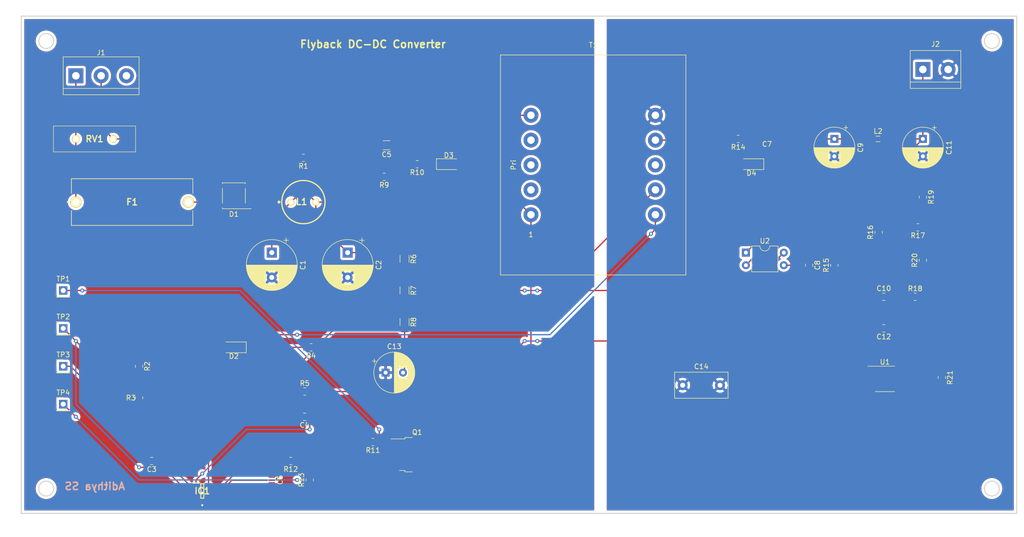
<source format=kicad_pcb>
(kicad_pcb (version 20171130) (host pcbnew "(5.1.10)-1")
  (title_block (title "Flyback DC-DC") (date 2024-07-19))
  (layers (0 F.Cu signal) (31 B.Cu signal) (34 B.Paste user) (35 F.Paste user) (36 B.SilkS user) (37 F.SilkS user) (38 B.Mask user) (39 F.Mask user) (44 Edge.Cuts user))
  (net 0 "")
  (net 1 GND)
  (net 2 "Net-(C1-Pad1)")
  (net 3 "Net-(C2-Pad1)")
  (net 4 VFB)
  (net 5 FB)
  (net 6 "Net-(C5-Pad1)")
  (net 7 "Net-(C6-Pad1)")
  (net 8 "Net-(C7-Pad1)")
  (net 9 "Net-(C7-Pad2)")
  (net 10 "Net-(C8-Pad1)")
  (net 11 "Net-(C10-Pad1)")
  (net 12 "Net-(C10-Pad2)")
  (net 13 +5VDC)
  (net 14 "Net-(C12-Pad1)")
  (net 15 NEUT)
  (net 16 "Net-(D1-Pad4)")
  (net 17 "Net-(D2-Pad1)")
  (net 18 GATEPULSE)
  (net 19 "Net-(D3-Pad1)")
  (net 20 "Net-(D3-Pad2)")
  (net 21 "Net-(D4-Pad2)")
  (net 22 AC)
  (net 23 "Net-(IC1-Pad3)")
  (net 24 "Net-(IC1-Pad6)")
  (net 25 V-Isense)
  (net 26 "Net-(R6-Pad2)")
  (net 27 "Net-(R7-Pad2)")
  (net 28 "Net-(R16-Pad2)")
  (net 29 "Net-(R17-Pad1)")
  (net 30 THRESHOLD)
  (net 31 GND1)
  (module Transformer_THT:Transformer_CHK_EI42-5VA_2xSec (layer F.Cu) (at 152.4 74.93)
    (fp_text reference T1 (at 12.5 -34.13) (layer F.SilkS))
    (fp_text value transformer)
    (fp_text user Pri (at -3.5 -10 90) (layer F.SilkS))
    (fp_text user 1 (at 0 4) (layer F.SilkS))
    (pad 1 thru_hole circle (at 0 0) (size 3 3) (drill 1.5) (layers *.Cu *.Mask) (net 20 "Net-(D3-Pad2)"))
    (pad 2 thru_hole circle (at 0 -5) (size 3 3) (drill 1.5) (layers *.Cu *.Mask))
    (pad 3 thru_hole circle (at 0 -10) (size 3 3) (drill 1.5) (layers *.Cu *.Mask))
    (pad 4 thru_hole circle (at 0 -15) (size 3 3) (drill 1.5) (layers *.Cu *.Mask))
    (pad 5 thru_hole circle (at 0 -20) (size 3 3) (drill 1.5) (layers *.Cu *.Mask) (net 3 "Net-(C2-Pad1)"))
    (pad 6 thru_hole circle (at 25 -20) (size 3 3) (drill 1.5) (layers *.Cu *.Mask) (net 31 GND1))
    (pad 7 thru_hole circle (at 25 -15) (size 3 3) (drill 1.5) (layers *.Cu *.Mask) (net 21 "Net-(D4-Pad2)"))
    (pad 8 thru_hole circle (at 25 -10) (size 3 3) (drill 1.5) (layers *.Cu *.Mask))
    (pad 9 thru_hole circle (at 25 -5) (size 3 3) (drill 1.5) (layers *.Cu *.Mask) (net 1 GND))
    (pad 10 thru_hole circle (at 25 0) (size 3 3) (drill 1.5) (layers *.Cu *.Mask) (net 30 THRESHOLD))
  )
  (module Capacitor_THT:CP_Radial_D10.0mm_P5.00mm (layer F.Cu) (at 100.33 82.55 270)
    (fp_text reference C1 (at 2.5 -6.25 90) (layer F.SilkS))
    (fp_text value 10uF/400V)
    (pad 2 thru_hole circle (at 5 0 270) (size 2 2) (drill 1) (layers *.Cu *.Mask) (net 1 GND))
    (pad 1 thru_hole rect (at 0 0 270) (size 2 2) (drill 1) (layers *.Cu *.Mask) (net 2 "Net-(C1-Pad1)"))
  )
  (module Capacitor_THT:CP_Radial_D10.0mm_P5.00mm (layer F.Cu) (at 115.57 82.55 270)
    (fp_text reference C2 (at 2.5 -6.25 90) (layer F.SilkS))
    (fp_text value 10uF/400V)
    (pad 1 thru_hole rect (at 0 0 270) (size 2 2) (drill 1) (layers *.Cu *.Mask) (net 3 "Net-(C2-Pad1)"))
    (pad 2 thru_hole circle (at 5 0 270) (size 2 2) (drill 1) (layers *.Cu *.Mask) (net 1 GND))
  )
  (module Capacitor_SMD:C_0805_2012Metric_Pad1.18x1.45mm_HandSolder (layer F.Cu) (at 76.2 124.46 180)
    (fp_text reference C3 (at 0 -1.68) (layer F.SilkS))
    (fp_text value 0.33uF)
    (pad 2 smd roundrect (at 1.0375 0 180) (size 1.175 1.45) (layers F.Cu F.Paste F.Mask) (roundrect_rratio 0.2127659574468085) (net 1 GND))
    (pad 1 smd roundrect (at -1.0375 0 180) (size 1.175 1.45) (layers F.Cu F.Paste F.Mask) (roundrect_rratio 0.2127659574468085) (net 4 VFB))
  )
  (module Capacitor_SMD:C_0805_2012Metric_Pad1.18x1.45mm_HandSolder (layer F.Cu) (at 106.9125 115.57 180)
    (fp_text reference C4 (at 0 -1.68) (layer F.SilkS))
    (fp_text value 2200pF)
    (pad 1 smd roundrect (at -1.0375 0 180) (size 1.175 1.45) (layers F.Cu F.Paste F.Mask) (roundrect_rratio 0.2127659574468085) (net 5 FB))
    (pad 2 smd roundrect (at 1.0375 0 180) (size 1.175 1.45) (layers F.Cu F.Paste F.Mask) (roundrect_rratio 0.2127659574468085) (net 1 GND))
  )
  (module Capacitor_SMD:C_1206_3216Metric (layer F.Cu) (at 123.395 60.96 180)
    (fp_text reference C5 (at 0 -1.85) (layer F.SilkS))
    (fp_text value 470pF/630V)
    (pad 1 smd roundrect (at -1.475 0 180) (size 1.15 1.8) (layers F.Cu F.Paste F.Mask) (roundrect_rratio 0.2173904347826087) (net 6 "Net-(C5-Pad1)"))
    (pad 2 smd roundrect (at 1.475 0 180) (size 1.15 1.8) (layers F.Cu F.Paste F.Mask) (roundrect_rratio 0.2173904347826087) (net 3 "Net-(C2-Pad1)"))
  )
  (module Capacitor_SMD:C_0805_2012Metric_Pad1.18x1.45mm_HandSolder (layer F.Cu) (at 100.33 128.27 270)
    (fp_text reference C6 (at 0 -1.68 90) (layer F.SilkS))
    (fp_text value 27pF)
    (pad 2 smd roundrect (at 1.0375 0 270) (size 1.175 1.45) (layers F.Cu F.Paste F.Mask) (roundrect_rratio 0.2127659574468085) (net 1 GND))
    (pad 1 smd roundrect (at -1.0375 0 270) (size 1.175 1.45) (layers F.Cu F.Paste F.Mask) (roundrect_rratio 0.2127659574468085) (net 7 "Net-(C6-Pad1)"))
  )
  (module Capacitor_SMD:C_0201_0603Metric_Pad0.64x0.40mm_HandSolder (layer F.Cu) (at 199.8225 59.69 180)
    (fp_text reference C7 (at 0 -1.05) (layer F.SilkS))
    (fp_text value 100pF/50V)
    (pad 2 smd roundrect (at 0.4075 0 180) (size 0.635 0.4) (layers F.Cu F.Mask) (net 9 "Net-(C7-Pad2)"))
    (pad 1 smd roundrect (at -0.4075 0 180) (size 0.635 0.4) (layers F.Cu F.Mask) (net 8 "Net-(C7-Pad1)"))
  )
  (module Capacitor_SMD:C_0805_2012Metric_Pad1.18x1.45mm_HandSolder (layer F.Cu) (at 208.28 85.09 270)
    (fp_text reference C8 (at 0 -1.68 90) (layer F.SilkS))
    (fp_text value 6800pF)
    (pad 2 smd roundrect (at 1.0375 0 270) (size 1.175 1.45) (layers F.Cu F.Paste F.Mask) (roundrect_rratio 0.2127659574468085) (net 5 FB))
    (pad 1 smd roundrect (at -1.0375 0 270) (size 1.175 1.45) (layers F.Cu F.Paste F.Mask) (roundrect_rratio 0.2127659574468085) (net 10 "Net-(C8-Pad1)"))
  )
  (module Capacitor_THT:CP_Radial_D8.0mm_P3.50mm (layer F.Cu) (at 213.36 59.69 270)
    (fp_text reference C9 (at 1.75 -5.25 90) (layer F.SilkS))
    (fp_text value 500uF)
    (pad 2 thru_hole circle (at 3.5 0 270) (size 1.6 1.6) (drill 0.8) (layers *.Cu *.Mask) (net 31 GND1))
    (pad 1 thru_hole rect (at 0 0 270) (size 1.6 1.6) (drill 0.8) (layers *.Cu *.Mask) (net 8 "Net-(C7-Pad1)"))
  )
  (module Capacitor_SMD:C_0805_2012Metric_Pad1.18x1.45mm_HandSolder (layer F.Cu) (at 223.2875 91.44)
    (fp_text reference C10 (at 0 -1.68) (layer F.SilkS))
    (fp_text value 270nF)
    (pad 1 smd roundrect (at -1.0375 0) (size 1.175 1.45) (layers F.Cu F.Paste F.Mask) (roundrect_rratio 0.2127659574468085) (net 11 "Net-(C10-Pad1)"))
    (pad 2 smd roundrect (at 1.0375 0) (size 1.175 1.45) (layers F.Cu F.Paste F.Mask) (roundrect_rratio 0.2127659574468085) (net 12 "Net-(C10-Pad2)"))
  )
  (module Capacitor_THT:CP_Radial_D8.0mm_P3.50mm (layer F.Cu) (at 231.14 59.69 270)
    (fp_text reference C11 (at 1.75 -5.25 90) (layer F.SilkS))
    (fp_text value 500uF)
    (pad 1 thru_hole rect (at 0 0 270) (size 1.6 1.6) (drill 0.8) (layers *.Cu *.Mask) (net 13 +5VDC))
    (pad 2 thru_hole circle (at 3.5 0 270) (size 1.6 1.6) (drill 0.8) (layers *.Cu *.Mask) (net 31 GND1))
  )
  (module Capacitor_SMD:C_0805_2012Metric_Pad1.18x1.45mm_HandSolder (layer F.Cu) (at 223.2875 97.79 180)
    (fp_text reference C12 (at 0 -1.68) (layer F.SilkS))
    (fp_text value 220nF)
    (pad 1 smd roundrect (at -1.0375 0 180) (size 1.175 1.45) (layers F.Cu F.Paste F.Mask) (roundrect_rratio 0.2127659574468085) (net 14 "Net-(C12-Pad1)"))
    (pad 2 smd roundrect (at 1.0375 0 180) (size 1.175 1.45) (layers F.Cu F.Paste F.Mask) (roundrect_rratio 0.2127659574468085) (net 11 "Net-(C10-Pad1)"))
  )
  (module Capacitor_THT:CP_Radial_D8.0mm_P3.50mm (layer F.Cu) (at 123.19 106.68)
    (fp_text reference C13 (at 1.75 -5.25) (layer F.SilkS))
    (fp_text value 2.2uF/63V)
    (pad 1 thru_hole rect (at 0 0) (size 1.6 1.6) (drill 0.8) (layers *.Cu *.Mask) (net 1 GND))
    (pad 2 thru_hole circle (at 3.5 0) (size 1.6 1.6) (drill 0.8) (layers *.Cu *.Mask) (net 4 VFB))
  )
  (module Capacitor_THT:C_Disc_D10.5mm_W5.0mm_P7.50mm (layer F.Cu) (at 182.88 109.22)
    (fp_text reference C14 (at 3.75 -3.75) (layer F.SilkS))
    (fp_text value 100pF/440V)
    (pad 1 thru_hole circle (at 0 0) (size 2 2) (drill 1) (layers *.Cu *.Mask) (net 31 GND1))
    (pad 2 thru_hole circle (at 7.5 0) (size 2 2) (drill 1) (layers *.Cu *.Mask) (net 31 GND1))
  )
  (module Diode_SMD:Diode_Bridge_Diotec_ABS (layer F.Cu) (at 92.71 71.12 180)
    (fp_text reference D1 (at 0 -3.7) (layer F.SilkS))
    (fp_text value ABS4)
    (pad 1 smd rect (at -2.975 -2 180) (size 1 0.7) (layers F.Cu F.Paste F.Mask) (net 2 "Net-(C1-Pad1)"))
    (pad 2 smd rect (at -2.975 2 180) (size 1 0.7) (layers F.Cu F.Paste F.Mask) (net 1 GND))
    (pad 3 smd rect (at 2.975 2 180) (size 1 0.7) (layers F.Cu F.Paste F.Mask) (net 15 NEUT))
    (pad 4 smd rect (at 2.975 -2 180) (size 1 0.7) (layers F.Cu F.Paste F.Mask) (net 16 "Net-(D1-Pad4)"))
  )
  (module Diode_SMD:D_1206_3216Metric_Castellated (layer F.Cu) (at 92.71 101.6 180)
    (fp_text reference D2 (at 0 -1.78) (layer F.SilkS))
    (fp_text value D)
    (pad 2 smd roundrect (at 1.425 0 180) (size 1.6 1.65) (layers F.Cu F.Paste F.Mask) (roundrect_rratio 0.15625) (net 30 THRESHOLD))
    (pad 1 smd roundrect (at -1.425 0 180) (size 1.6 1.65) (layers F.Cu F.Paste F.Mask) (roundrect_rratio 0.15625) (net 17 "Net-(D2-Pad1)"))
  )
  (module Diode_SMD:D_1206_3216Metric_Castellated (layer F.Cu) (at 135.89 64.77)
    (fp_text reference D3 (at 0 -1.78) (layer F.SilkS))
    (fp_text value D)
    (pad 1 smd roundrect (at -1.425 0) (size 1.6 1.65) (layers F.Cu F.Paste F.Mask) (roundrect_rratio 0.15625) (net 19 "Net-(D3-Pad1)"))
    (pad 2 smd roundrect (at 1.425 0) (size 1.6 1.65) (layers F.Cu F.Paste F.Mask) (roundrect_rratio 0.15625) (net 20 "Net-(D3-Pad2)"))
  )
  (module Diode_SMD:D_1206_3216Metric_Castellated (layer F.Cu) (at 196.695 64.77 180)
    (fp_text reference D4 (at 0 -1.78) (layer F.SilkS))
    (fp_text value D)
    (pad 2 smd roundrect (at 1.425 0 180) (size 1.6 1.65) (layers F.Cu F.Paste F.Mask) (roundrect_rratio 0.15625) (net 21 "Net-(D4-Pad2)"))
    (pad 1 smd roundrect (at -1.425 0 180) (size 1.6 1.65) (layers F.Cu F.Paste F.Mask) (roundrect_rratio 0.15625) (net 8 "Net-(C7-Pad1)"))
  )
  (module HTC-100M:HTC100M (layer F.Cu) (at 60.96 72.39)
    (fp_text reference F1 (at 11.3 0) (layer F.SilkS) (effects (font (size 1.27 1.27) (thickness 0.254))))
    (fp_text value HTC-100M hide)
    (pad 1 thru_hole circle (at 0 0 90) (size 2.25 2.25) (drill 1.5) (layers *.Cu *.Mask F.SilkS) (net 22 AC))
    (pad 2 thru_hole circle (at 22.6 0 90) (size 2.25 2.25) (drill 1.5) (layers *.Cu *.Mask F.SilkS) (net 16 "Net-(D1-Pad4)"))
  )
  (module UCC28742DBVT:SOT95P280X145-6N (layer F.Cu) (at 86.36 130.49)
    (fp_text reference IC1 (at 0 0) (layer F.SilkS) (effects (font (size 1.27 1.27) (thickness 0.254))))
    (fp_text value UCC28742DBVT hide)
    (pad 1 smd rect (at -1.25 -0.95 90) (size 0.6 1.2) (layers F.Cu F.Paste F.Mask) (net 5 FB))
    (pad 2 smd rect (at -1.25 0 90) (size 0.6 1.2) (layers F.Cu F.Paste F.Mask) (net 4 VFB))
    (pad 3 smd rect (at -1.25 0.95 90) (size 0.6 1.2) (layers F.Cu F.Paste F.Mask) (net 23 "Net-(IC1-Pad3)"))
    (pad 4 smd rect (at 1.25 0.95 90) (size 0.6 1.2) (layers F.Cu F.Paste F.Mask) (net 7 "Net-(C6-Pad1)"))
    (pad 5 smd rect (at 1.25 0 90) (size 0.6 1.2) (layers F.Cu F.Paste F.Mask) (net 1 GND))
    (pad 6 smd rect (at 1.25 -0.95 90) (size 0.6 1.2) (layers F.Cu F.Paste F.Mask) (net 24 "Net-(IC1-Pad6)"))
  )
  (module TerminalBlock:TerminalBlock_bornier-3_P5.08mm (layer F.Cu) (at 60.96 46.99)
    (fp_text reference J1 (at 5.05 -4.65) (layer F.SilkS))
    (fp_text value Screw_Terminal_01x02)
    (pad 3 thru_hole circle (at 10.16 0) (size 3 3) (drill 1.52) (layers *.Cu *.Mask))
    (pad 2 thru_hole circle (at 5.08 0) (size 3 3) (drill 1.52) (layers *.Cu *.Mask) (net 15 NEUT))
    (pad 1 thru_hole rect (at 0 0) (size 3 3) (drill 1.52) (layers *.Cu *.Mask) (net 22 AC))
  )
  (module TerminalBlock:TerminalBlock_bornier-2_P5.08mm (layer F.Cu) (at 231.14 45.72)
    (fp_text reference J2 (at 2.54 -5.08) (layer F.SilkS))
    (fp_text value Screw_Terminal_01x02)
    (pad 1 thru_hole rect (at 0 0) (size 3 3) (drill 1.52) (layers *.Cu *.Mask) (net 13 +5VDC))
    (pad 2 thru_hole circle (at 5.08 0) (size 3 3) (drill 1.52) (layers *.Cu *.Mask) (net 31 GND1))
  )
  (module RLB0914-471KL:RLB0914 (layer F.Cu) (at 106.68 72.39)
    (fp_text reference L1 (at -0.36687 -0.06588) (layer F.SilkS) (effects (font (size 1.27 1.27) (thickness 0.254))))
    (fp_text value "470 uH" hide)
    (pad 1 thru_hole circle (at -2.5 0 90) (size 1.35 1.35) (drill 0.85) (layers *.Cu *.Mask F.SilkS) (net 2 "Net-(C1-Pad1)"))
    (pad 2 thru_hole circle (at 2.5 0 90) (size 1.35 1.35) (drill 0.85) (layers *.Cu *.Mask F.SilkS) (net 3 "Net-(C2-Pad1)"))
  )
  (module Inductor_SMD:L_0805_2012Metric_Pad1.05x1.20mm_HandSolder (layer F.Cu) (at 222.13 59.69)
    (fp_text reference L2 (at 0 -1.55) (layer F.SilkS))
    (fp_text value "FERRITE BEAD 300E")
    (pad 1 smd roundrect (at -1.15 0) (size 1.05 1.2) (layers F.Cu F.Paste F.Mask) (roundrect_rratio 0.2380942857142857) (net 8 "Net-(C7-Pad1)"))
    (pad 2 smd roundrect (at 1.15 0) (size 1.05 1.2) (layers F.Cu F.Paste F.Mask) (roundrect_rratio 0.2380942857142857) (net 13 +5VDC))
  )
  (module Package_TO_SOT_SMD:TO-252-2 (layer F.Cu) (at 129.54 123.19)
    (fp_text reference Q1 (at 0 -4.5) (layer F.SilkS))
    (fp_text value Q_NMOS_GDS)
    (pad 2 smd rect (at 2.1 0) (size 6.4 5.8) (layers F.Cu F.Mask) (net 20 "Net-(D3-Pad2)"))
    (pad 3 smd rect (at -4.2 2.28) (size 2.2 1.2) (layers F.Cu F.Paste F.Mask) (net 25 V-Isense))
    (pad 1 smd rect (at -4.2 -2.28) (size 2.2 1.2) (layers F.Cu F.Paste F.Mask) (net 18 GATEPULSE))
  )
  (module Resistor_SMD:R_0805_2012Metric_Pad1.20x1.40mm_HandSolder (layer F.Cu) (at 106.68 63.5 180)
    (fp_text reference R1 (at 0 -1.65) (layer F.SilkS))
    (fp_text value 1K)
    (pad 2 smd roundrect (at 1 0 180) (size 1.2 1.4) (layers F.Cu F.Paste F.Mask) (roundrect_rratio 0.2083325) (net 2 "Net-(C1-Pad1)"))
    (pad 1 smd roundrect (at -1 0 180) (size 1.2 1.4) (layers F.Cu F.Paste F.Mask) (roundrect_rratio 0.2083325) (net 3 "Net-(C2-Pad1)"))
  )
  (module Resistor_SMD:R_0805_2012Metric_Pad1.20x1.40mm_HandSolder (layer F.Cu) (at 73.66 105.41 270)
    (fp_text reference R2 (at 0 -1.65 90) (layer F.SilkS))
    (fp_text value 60K)
    (pad 2 smd roundrect (at 1 0 270) (size 1.2 1.4) (layers F.Cu F.Paste F.Mask) (roundrect_rratio 0.2083325) (net 24 "Net-(IC1-Pad6)"))
    (pad 1 smd roundrect (at -1 0 270) (size 1.2 1.4) (layers F.Cu F.Paste F.Mask) (roundrect_rratio 0.2083325) (net 30 THRESHOLD))
  )
  (module Resistor_SMD:R_0805_2012Metric_Pad1.20x1.40mm_HandSolder (layer F.Cu) (at 73.66 111.76 90)
    (fp_text reference R3 (at 0 -1.65) (layer F.SilkS))
    (fp_text value 33K)
    (pad 2 smd roundrect (at 1 0 90) (size 1.2 1.4) (layers F.Cu F.Paste F.Mask) (roundrect_rratio 0.2083325) (net 24 "Net-(IC1-Pad6)"))
    (pad 1 smd roundrect (at -1 0 90) (size 1.2 1.4) (layers F.Cu F.Paste F.Mask) (roundrect_rratio 0.2083325) (net 1 GND))
  )
  (module Resistor_SMD:R_0805_2012Metric_Pad1.20x1.40mm_HandSolder (layer F.Cu) (at 108.22 101.6 180)
    (fp_text reference R4 (at 0 -1.65) (layer F.SilkS))
    (fp_text value 20E)
    (pad 1 smd roundrect (at -1 0 180) (size 1.2 1.4) (layers F.Cu F.Paste F.Mask) (roundrect_rratio 0.2083325) (net 4 VFB))
    (pad 2 smd roundrect (at 1 0 180) (size 1.2 1.4) (layers F.Cu F.Paste F.Mask) (roundrect_rratio 0.2083325) (net 17 "Net-(D2-Pad1)"))
  )
  (module Resistor_SMD:R_0805_2012Metric_Pad1.20x1.40mm_HandSolder (layer F.Cu) (at 106.95 110.49)
    (fp_text reference R5 (at 0 -1.65) (layer F.SilkS))
    (fp_text value 4.02K)
    (pad 1 smd roundrect (at -1 0) (size 1.2 1.4) (layers F.Cu F.Paste F.Mask) (roundrect_rratio 0.2083325) (net 1 GND))
    (pad 2 smd roundrect (at 1 0) (size 1.2 1.4) (layers F.Cu F.Paste F.Mask) (roundrect_rratio 0.2083325) (net 5 FB))
  )
  (module Resistor_SMD:R_1206_3216Metric (layer F.Cu) (at 127 83.82 270)
    (fp_text reference R6 (at 0 -1.82 90) (layer F.SilkS))
    (fp_text value 5.11M)
    (pad 1 smd roundrect (at -1.4625 0 270) (size 1.125 1.75) (layers F.Cu F.Paste F.Mask) (roundrect_rratio 0.2222213333333333) (net 3 "Net-(C2-Pad1)"))
    (pad 2 smd roundrect (at 1.4625 0 270) (size 1.125 1.75) (layers F.Cu F.Paste F.Mask) (roundrect_rratio 0.2222213333333333) (net 26 "Net-(R6-Pad2)"))
  )
  (module Resistor_SMD:R_1206_3216Metric (layer F.Cu) (at 127 90.17 270)
    (fp_text reference R7 (at 0 -1.82 90) (layer F.SilkS))
    (fp_text value 5.11E)
    (pad 2 smd roundrect (at 1.4625 0 270) (size 1.125 1.75) (layers F.Cu F.Paste F.Mask) (roundrect_rratio 0.2222213333333333) (net 27 "Net-(R7-Pad2)"))
    (pad 1 smd roundrect (at -1.4625 0 270) (size 1.125 1.75) (layers F.Cu F.Paste F.Mask) (roundrect_rratio 0.2222213333333333) (net 26 "Net-(R6-Pad2)"))
  )
  (module Resistor_SMD:R_1206_3216Metric (layer F.Cu) (at 127 96.52 270)
    (fp_text reference R8 (at 0 -1.82 90) (layer F.SilkS))
    (fp_text value 5.11E)
    (pad 1 smd roundrect (at -1.4625 0 270) (size 1.125 1.75) (layers F.Cu F.Paste F.Mask) (roundrect_rratio 0.2222213333333333) (net 27 "Net-(R7-Pad2)"))
    (pad 2 smd roundrect (at 1.4625 0 270) (size 1.125 1.75) (layers F.Cu F.Paste F.Mask) (roundrect_rratio 0.2222213333333333) (net 4 VFB))
  )
  (module Resistor_SMD:R_0805_2012Metric_Pad1.20x1.40mm_HandSolder (layer F.Cu) (at 122.92 67.31 180)
    (fp_text reference R9 (at 0 -1.65) (layer F.SilkS))
    (fp_text value 510K)
    (pad 2 smd roundrect (at 1 0 180) (size 1.2 1.4) (layers F.Cu F.Paste F.Mask) (roundrect_rratio 0.2083325) (net 3 "Net-(C2-Pad1)"))
    (pad 1 smd roundrect (at -1 0 180) (size 1.2 1.4) (layers F.Cu F.Paste F.Mask) (roundrect_rratio 0.2083325) (net 6 "Net-(C5-Pad1)"))
  )
  (module Resistor_SMD:R_0805_2012Metric_Pad1.20x1.40mm_HandSolder (layer F.Cu) (at 129.54 64.77 180)
    (fp_text reference R10 (at 0 -1.65) (layer F.SilkS))
    (fp_text value 51E)
    (pad 1 smd roundrect (at -1 0 180) (size 1.2 1.4) (layers F.Cu F.Paste F.Mask) (roundrect_rratio 0.2083325) (net 19 "Net-(D3-Pad1)"))
    (pad 2 smd roundrect (at 1 0 180) (size 1.2 1.4) (layers F.Cu F.Paste F.Mask) (roundrect_rratio 0.2083325) (net 6 "Net-(C5-Pad1)"))
  )
  (module Resistor_SMD:R_0805_2012Metric_Pad1.20x1.40mm_HandSolder (layer F.Cu) (at 120.65 120.65 180)
    (fp_text reference R11 (at 0 -1.65) (layer F.SilkS))
    (fp_text value 10E)
    (pad 2 smd roundrect (at 1 0 180) (size 1.2 1.4) (layers F.Cu F.Paste F.Mask) (roundrect_rratio 0.2083325) (net 23 "Net-(IC1-Pad3)"))
    (pad 1 smd roundrect (at -1 0 180) (size 1.2 1.4) (layers F.Cu F.Paste F.Mask) (roundrect_rratio 0.2083325) (net 18 GATEPULSE))
  )
  (module Resistor_SMD:R_0805_2012Metric_Pad1.20x1.40mm_HandSolder (layer F.Cu) (at 104.14 124.46 180)
    (fp_text reference R12 (at 0 -1.65) (layer F.SilkS))
    (fp_text value 1.1K)
    (pad 1 smd roundrect (at -1 0 180) (size 1.2 1.4) (layers F.Cu F.Paste F.Mask) (roundrect_rratio 0.2083325) (net 25 V-Isense))
    (pad 2 smd roundrect (at 1 0 180) (size 1.2 1.4) (layers F.Cu F.Paste F.Mask) (roundrect_rratio 0.2083325) (net 7 "Net-(C6-Pad1)"))
  )
  (module Resistor_SMD:R_0805_2012Metric_Pad1.20x1.40mm_HandSolder (layer F.Cu) (at 107.95 128.27 90)
    (fp_text reference R13 (at 0 -1.65 90) (layer F.SilkS))
    (fp_text value 1.8E)
    (pad 2 smd roundrect (at 1 0 90) (size 1.2 1.4) (layers F.Cu F.Paste F.Mask) (roundrect_rratio 0.2083325) (net 25 V-Isense))
    (pad 1 smd roundrect (at -1 0 90) (size 1.2 1.4) (layers F.Cu F.Paste F.Mask) (roundrect_rratio 0.2083325) (net 1 GND))
  )
  (module Resistor_SMD:R_0805_2012Metric_Pad1.20x1.40mm_HandSolder (layer F.Cu) (at 194.04 59.69 180)
    (fp_text reference R14 (at 0 -1.65) (layer F.SilkS))
    (fp_text value 510K)
    (pad 1 smd roundrect (at -1 0 180) (size 1.2 1.4) (layers F.Cu F.Paste F.Mask) (roundrect_rratio 0.2083325) (net 9 "Net-(C7-Pad2)"))
    (pad 2 smd roundrect (at 1 0 180) (size 1.2 1.4) (layers F.Cu F.Paste F.Mask) (roundrect_rratio 0.2083325) (net 21 "Net-(D4-Pad2)"))
  )
  (module Resistor_SMD:R_0805_2012Metric_Pad1.20x1.40mm_HandSolder (layer F.Cu) (at 213.36 85.09 90)
    (fp_text reference R15 (at 0 -1.65 90) (layer F.SilkS))
    (fp_text value 32.4K)
    (pad 2 smd roundrect (at 1 0 90) (size 1.2 1.4) (layers F.Cu F.Paste F.Mask) (roundrect_rratio 0.2083325) (net 10 "Net-(C8-Pad1)"))
    (pad 1 smd roundrect (at -1 0 90) (size 1.2 1.4) (layers F.Cu F.Paste F.Mask) (roundrect_rratio 0.2083325) (net 5 FB))
  )
  (module Resistor_SMD:R_0805_2012Metric_Pad1.20x1.40mm_HandSolder (layer F.Cu) (at 222.25 78.47 90)
    (fp_text reference R16 (at 0 -1.65 90) (layer F.SilkS))
    (fp_text value 680E)
    (pad 1 smd roundrect (at -1 0 90) (size 1.2 1.4) (layers F.Cu F.Paste F.Mask) (roundrect_rratio 0.2083325) (net 11 "Net-(C10-Pad1)"))
    (pad 2 smd roundrect (at 1 0 90) (size 1.2 1.4) (layers F.Cu F.Paste F.Mask) (roundrect_rratio 0.2083325) (net 28 "Net-(R16-Pad2)"))
  )
  (module Resistor_SMD:R_0805_2012Metric_Pad1.20x1.40mm_HandSolder (layer F.Cu) (at 230.14 77.47 180)
    (fp_text reference R17 (at 0 -1.65) (layer F.SilkS))
    (fp_text value 750E)
    (pad 1 smd roundrect (at -1 0 180) (size 1.2 1.4) (layers F.Cu F.Paste F.Mask) (roundrect_rratio 0.2083325) (net 29 "Net-(R17-Pad1)"))
    (pad 2 smd roundrect (at 1 0 180) (size 1.2 1.4) (layers F.Cu F.Paste F.Mask) (roundrect_rratio 0.2083325) (net 28 "Net-(R16-Pad2)"))
  )
  (module Resistor_SMD:R_0805_2012Metric_Pad1.20x1.40mm_HandSolder (layer F.Cu) (at 229.6 91.44)
    (fp_text reference R18 (at 0 -1.65) (layer F.SilkS))
    (fp_text value 249E)
    (pad 2 smd roundrect (at 1 0) (size 1.2 1.4) (layers F.Cu F.Paste F.Mask) (roundrect_rratio 0.2083325) (net 14 "Net-(C12-Pad1)"))
    (pad 1 smd roundrect (at -1 0) (size 1.2 1.4) (layers F.Cu F.Paste F.Mask) (roundrect_rratio 0.2083325) (net 12 "Net-(C10-Pad2)"))
  )
  (module Resistor_SMD:R_0805_2012Metric_Pad1.20x1.40mm_HandSolder (layer F.Cu) (at 231.14 71.39 270)
    (fp_text reference R19 (at 0 -1.65 90) (layer F.SilkS))
    (fp_text value 49.9E)
    (pad 2 smd roundrect (at 1 0 270) (size 1.2 1.4) (layers F.Cu F.Paste F.Mask) (roundrect_rratio 0.2083325) (net 29 "Net-(R17-Pad1)"))
    (pad 1 smd roundrect (at -1 0 270) (size 1.2 1.4) (layers F.Cu F.Paste F.Mask) (roundrect_rratio 0.2083325) (net 13 +5VDC))
  )
  (module Resistor_SMD:R_0805_2012Metric_Pad1.20x1.40mm_HandSolder (layer F.Cu) (at 231.14 84.09 90)
    (fp_text reference R20 (at 0 -1.65 90) (layer F.SilkS))
    (fp_text value 42.2K)
    (pad 2 smd roundrect (at 1 0 90) (size 1.2 1.4) (layers F.Cu F.Paste F.Mask) (roundrect_rratio 0.2083325) (net 29 "Net-(R17-Pad1)"))
    (pad 1 smd roundrect (at -1 0 90) (size 1.2 1.4) (layers F.Cu F.Paste F.Mask) (roundrect_rratio 0.2083325) (net 14 "Net-(C12-Pad1)"))
  )
  (module Resistor_SMD:R_0805_2012Metric_Pad1.20x1.40mm_HandSolder (layer F.Cu) (at 234.95 107.68 270)
    (fp_text reference R21 (at 0 -1.65 90) (layer F.SilkS))
    (fp_text value 42.2K)
    (pad 1 smd roundrect (at -1 0 270) (size 1.2 1.4) (layers F.Cu F.Paste F.Mask) (roundrect_rratio 0.2083325) (net 14 "Net-(C12-Pad1)"))
    (pad 2 smd roundrect (at 1 0 270) (size 1.2 1.4) (layers F.Cu F.Paste F.Mask) (roundrect_rratio 0.2083325) (net 31 GND1))
  )
  (module MOV-14D431KTR:MOV14D431KTR (layer F.Cu) (at 60.96 59.69)
    (fp_text reference RV1 (at 3.75 0) (layer F.SilkS) (effects (font (size 1.27 1.27) (thickness 0.254))))
    (fp_text value Varistor hide)
    (pad 1 thru_hole circle (at 0 0 90) (size 1.5 1.5) (drill 1) (layers *.Cu *.Mask F.SilkS) (net 22 AC))
    (pad 2 thru_hole circle (at 7.5 0 90) (size 1.5 1.5) (drill 1) (layers *.Cu *.Mask F.SilkS) (net 15 NEUT))
  )
  (module Connector_PinHeader_2.54mm:PinHeader_1x01_P2.54mm_Vertical (layer F.Cu) (at 58.42 90.17)
    (fp_text reference TP1 (at 0 -2.33) (layer F.SilkS))
    (fp_text value TestPoint)
    (pad 1 thru_hole rect (at 0 0) (size 1.7 1.7) (drill 1) (layers *.Cu *.Mask) (net 18 GATEPULSE))
  )
  (module Connector_PinHeader_2.54mm:PinHeader_1x01_P2.54mm_Vertical (layer F.Cu) (at 58.42 97.79)
    (fp_text reference TP2 (at 0 -2.33) (layer F.SilkS))
    (fp_text value TestPoint)
    (pad 1 thru_hole rect (at 0 0) (size 1.7 1.7) (drill 1) (layers *.Cu *.Mask) (net 4 VFB))
  )
  (module Connector_PinHeader_2.54mm:PinHeader_1x01_P2.54mm_Vertical (layer F.Cu) (at 58.42 105.41)
    (fp_text reference TP3 (at 0 -2.33) (layer F.SilkS))
    (fp_text value TestPoint)
    (pad 1 thru_hole rect (at 0 0) (size 1.7 1.7) (drill 1) (layers *.Cu *.Mask) (net 5 FB))
  )
  (module Connector_PinHeader_2.54mm:PinHeader_1x01_P2.54mm_Vertical (layer F.Cu) (at 58.42 113.03)
    (fp_text reference TP4 (at 0 -2.33) (layer F.SilkS))
    (fp_text value TestPoint)
    (pad 1 thru_hole rect (at 0 0) (size 1.7 1.7) (drill 1) (layers *.Cu *.Mask) (net 25 V-Isense))
  )
  (module Package_SO:SOIC-8_3.9x4.9mm_P1.27mm (layer F.Cu) (at 223.52 107.95)
    (fp_text reference U1 (at 0 -3.4) (layer F.SilkS))
    (fp_text value TL431D)
    (pad 8 smd roundrect (at 2.475 -1.905) (size 1.95 0.6) (layers F.Cu F.Paste F.Mask) (net 14 "Net-(C12-Pad1)"))
    (pad 7 smd roundrect (at 2.475 -0.635) (size 1.95 0.6) (layers F.Cu F.Paste F.Mask) (net 31 GND1))
    (pad 6 smd roundrect (at 2.475 0.635) (size 1.95 0.6) (layers F.Cu F.Paste F.Mask) (net 31 GND1))
    (pad 5 smd roundrect (at 2.475 1.905) (size 1.95 0.6) (layers F.Cu F.Paste F.Mask))
    (pad 4 smd roundrect (at -2.475 1.905) (size 1.95 0.6) (layers F.Cu F.Paste F.Mask))
    (pad 3 smd roundrect (at -2.475 0.635) (size 1.95 0.6) (layers F.Cu F.Paste F.Mask) (net 31 GND1))
    (pad 2 smd roundrect (at -2.475 -0.635) (size 1.95 0.6) (layers F.Cu F.Paste F.Mask) (net 31 GND1))
    (pad 1 smd roundrect (at -2.475 -1.905) (size 1.95 0.6) (layers F.Cu F.Paste F.Mask) (net 11 "Net-(C10-Pad1)"))
  )
  (module Package_DIP:DIP-4_W7.62mm (layer F.Cu) (at 195.58 82.55)
    (fp_text reference U2 (at 3.81 -2.33) (layer F.SilkS))
    (fp_text value LTV-817)
    (pad 1 thru_hole rect (at 0 0) (size 1.6 1.6) (drill 0.8) (layers *.Cu *.Mask) (net 28 "Net-(R16-Pad2)"))
    (pad 3 thru_hole oval (at 7.62 2.54) (size 1.6 1.6) (drill 0.8) (layers *.Cu *.Mask) (net 10 "Net-(C8-Pad1)"))
    (pad 2 thru_hole oval (at 0 2.54) (size 1.6 1.6) (drill 0.8) (layers *.Cu *.Mask) (net 11 "Net-(C10-Pad1)"))
    (pad 4 thru_hole oval (at 7.62 0) (size 1.6 1.6) (drill 0.8) (layers *.Cu *.Mask) (net 4 VFB))
  )
  (gr_text "Adithya SS" (at 64.77 129.54) (layer B.SilkS) (effects (font (size 1.5 1.5) (thickness 0.3)) (justify mirror)))
  (gr_text "Flyback DC-DC Converter" (at 120.65 40.64) (layer F.SilkS) (effects (font (size 1.5 1.5) (thickness 0.3))))
  (gr_circle (center 245 130) (end 246.5 130) (layer Edge.Cuts) (width 0.2))
  (gr_circle (center 55 130) (end 56.5 130) (layer Edge.Cuts) (width 0.2))
  (gr_circle (center 55 40) (end 56.5 40) (layer Edge.Cuts) (width 0.2))
  (gr_circle (center 245 40) (end 246.5 40) (layer Edge.Cuts) (width 0.2))
  (gr_line (start 250 35) (end 250 135) (layer Edge.Cuts) (width 0.2))
  (gr_line (start 50 35) (end 50 135) (layer Edge.Cuts) (width 0.2))
  (gr_line (start 50 135) (end 250 135) (layer Edge.Cuts) (width 0.2))
  (gr_line (start 50 35) (end 250 35) (layer Edge.Cuts) (width 0.2))
  (via (at 86.36 133.35) (size 0.8) (drill 0.4) (layers F.Cu B.Cu) (net 1))
  (segment (start 86.36 133.35) (end 86.36 130.81) (width 0.254) (layer B.Cu) (net 1))
  (via (at 86.363693 130.810113) (size 0.8) (drill 0.4) (layers F.Cu B.Cu) (net 1))
  (segment (start 86.36358 130.81) (end 86.363693 130.810113) (width 0.254) (layer B.Cu) (net 1))
  (segment (start 86.36 130.81) (end 86.36358 130.81) (width 0.254) (layer B.Cu) (net 1))
  (segment (start 177.4 69.93) (end 164.78 82.55) (width 0.254) (layer F.Cu) (net 1))
  (segment (start 102.18 74.39) (end 104.18 72.39) (width 0.254) (layer F.Cu) (net 2))
  (segment (start 105.68 70.89) (end 104.18 72.39) (width 0.254) (layer F.Cu) (net 2))
  (segment (start 105.68 63.5) (end 105.68 70.89) (width 0.254) (layer F.Cu) (net 2))
  (segment (start 100.33 76.24) (end 102.18 74.39) (width 0.254) (layer F.Cu) (net 2))
  (segment (start 100.33 82.55) (end 100.33 76.24) (width 0.254) (layer F.Cu) (net 2))
  (segment (start 95.685 73.12) (end 100.87 73.12) (width 0.254) (layer F.Cu) (net 2))
  (segment (start 100.87 73.12) (end 102.14 74.39) (width 0.254) (layer F.Cu) (net 2))
  (segment (start 102.14 74.39) (end 102.18 74.39) (width 0.254) (layer F.Cu) (net 2))
  (segment (start 126.8075 82.55) (end 127 82.3575) (width 0.254) (layer F.Cu) (net 3))
  (segment (start 115.57 82.55) (end 126.8075 82.55) (width 0.254) (layer F.Cu) (net 3))
  (segment (start 107.68 70.89) (end 109.18 72.39) (width 0.254) (layer F.Cu) (net 3))
  (segment (start 107.68 63.5) (end 107.68 70.89) (width 0.254) (layer F.Cu) (net 3))
  (segment (start 109.18 76.16) (end 115.57 82.55) (width 0.254) (layer F.Cu) (net 3))
  (segment (start 109.18 72.39) (end 109.18 76.16) (width 0.254) (layer F.Cu) (net 3))
  (segment (start 116.84 72.39) (end 121.92 67.31) (width 0.254) (layer F.Cu) (net 3))
  (segment (start 109.18 72.39) (end 116.84 72.39) (width 0.254) (layer F.Cu) (net 3))
  (segment (start 121.92 60.96) (end 121.92 67.31) (width 0.254) (layer F.Cu) (net 3))
  (segment (start 127.95 54.93) (end 152.4 54.93) (width 0.254) (layer F.Cu) (net 3))
  (segment (start 121.92 60.96) (end 127.95 54.93) (width 0.254) (layer F.Cu) (net 3))
  (segment (start 127 106.37) (end 126.69 106.68) (width 0.254) (layer F.Cu) (net 4))
  (segment (start 127 97.9825) (end 127 106.37) (width 0.254) (layer F.Cu) (net 4))
  (segment (start 83.2675 130.49) (end 85.11 130.49) (width 0.254) (layer F.Cu) (net 4))
  (segment (start 77.2375 124.46) (end 83.2675 130.49) (width 0.254) (layer F.Cu) (net 4))
  (segment (start 62.23 114.3) (end 73.66 125.73) (width 0.254) (layer B.Cu) (net 4))
  (via (at 73.66 125.73) (size 0.8) (drill 0.4) (layers F.Cu B.Cu) (net 4))
  (segment (start 75.9675 125.73) (end 77.2375 124.46) (width 0.254) (layer F.Cu) (net 4))
  (segment (start 73.66 125.73) (end 75.9675 125.73) (width 0.254) (layer F.Cu) (net 4))
  (via (at 60.96 100.33) (size 0.8) (drill 0.4) (layers F.Cu B.Cu) (net 4))
  (segment (start 58.42 97.79) (end 60.96 100.33) (width 0.254) (layer F.Cu) (net 4))
  (segment (start 60.96 100.33) (end 60.96 113.03) (width 0.254) (layer B.Cu) (net 4))
  (segment (start 60.96 113.03) (end 62.23 114.3) (width 0.254) (layer B.Cu) (net 4))
  (via (at 153.67 90.17) (size 0.8) (drill 0.4) (layers F.Cu B.Cu) (net 4))
  (segment (start 195.58 90.17) (end 153.67 90.17) (width 0.254) (layer F.Cu) (net 4))
  (segment (start 203.2 82.55) (end 195.58 90.17) (width 0.254) (layer F.Cu) (net 4))
  (segment (start 153.67 90.17) (end 151.13 90.17) (width 0.254) (layer B.Cu) (net 4))
  (via (at 151.13 90.17) (size 0.8) (drill 0.4) (layers F.Cu B.Cu) (net 4))
  (segment (start 134.8125 90.17) (end 127 97.9825) (width 0.254) (layer F.Cu) (net 4))
  (segment (start 151.13 90.17) (end 134.8125 90.17) (width 0.254) (layer F.Cu) (net 4))
  (segment (start 112.8375 97.9825) (end 109.22 101.6) (width 0.254) (layer F.Cu) (net 4))
  (segment (start 127 97.9825) (end 112.8375 97.9825) (width 0.254) (layer F.Cu) (net 4))
  (segment (start 66.05899 105.42899) (end 60.96 100.33) (width 0.254) (layer F.Cu) (net 4))
  (segment (start 105.39101 105.42899) (end 66.05899 105.42899) (width 0.254) (layer F.Cu) (net 4))
  (segment (start 109.22 101.6) (end 105.39101 105.42899) (width 0.254) (layer F.Cu) (net 4))
  (segment (start 107.95 115.57) (end 107.95 110.49) (width 0.254) (layer F.Cu) (net 5))
  (segment (start 213.3225 86.1275) (end 213.36 86.09) (width 0.254) (layer F.Cu) (net 5))
  (segment (start 208.28 86.1275) (end 213.3225 86.1275) (width 0.254) (layer F.Cu) (net 5))
  (segment (start 84.022386 129.54) (end 85.11 129.54) (width 0.254) (layer F.Cu) (net 5))
  (segment (start 59.892386 105.41) (end 84.022386 129.54) (width 0.254) (layer F.Cu) (net 5))
  (segment (start 58.42 105.41) (end 59.892386 105.41) (width 0.254) (layer F.Cu) (net 5))
  (via (at 86.36 127) (size 0.8) (drill 0.4) (layers F.Cu B.Cu) (net 5))
  (segment (start 85.11 128.25) (end 86.36 127) (width 0.254) (layer F.Cu) (net 5))
  (segment (start 85.11 129.54) (end 85.11 128.25) (width 0.254) (layer F.Cu) (net 5))
  (via (at 107.95 118.11) (size 0.8) (drill 0.4) (layers F.Cu B.Cu) (net 5))
  (segment (start 95.25 118.11) (end 107.95 118.11) (width 0.254) (layer B.Cu) (net 5))
  (segment (start 86.36 127) (end 95.25 118.11) (width 0.254) (layer B.Cu) (net 5))
  (segment (start 107.95 118.11) (end 107.95 115.57) (width 0.254) (layer F.Cu) (net 5))
  (segment (start 107.95 110.49) (end 140.97 110.49) (width 0.254) (layer F.Cu) (net 5))
  (via (at 151.13 100.33) (size 0.8) (drill 0.4) (layers F.Cu B.Cu) (net 5))
  (segment (start 140.97 110.49) (end 151.13 100.33) (width 0.254) (layer F.Cu) (net 5))
  (segment (start 151.13 100.33) (end 153.67 100.33) (width 0.254) (layer B.Cu) (net 5))
  (via (at 153.67 100.33) (size 0.8) (drill 0.4) (layers F.Cu B.Cu) (net 5))
  (segment (start 194.0775 100.33) (end 208.28 86.1275) (width 0.254) (layer F.Cu) (net 5))
  (segment (start 153.67 100.33) (end 194.0775 100.33) (width 0.254) (layer F.Cu) (net 5))
  (segment (start 124.87 66.36) (end 123.92 67.31) (width 0.254) (layer F.Cu) (net 6))
  (segment (start 124.87 60.96) (end 124.87 66.36) (width 0.254) (layer F.Cu) (net 6))
  (segment (start 126.46 64.77) (end 124.87 66.36) (width 0.254) (layer F.Cu) (net 6))
  (segment (start 128.54 64.77) (end 126.46 64.77) (width 0.254) (layer F.Cu) (net 6))
  (segment (start 88.477368 131.44) (end 92.684868 127.2325) (width 0.254) (layer F.Cu) (net 7))
  (segment (start 87.61 131.44) (end 88.477368 131.44) (width 0.254) (layer F.Cu) (net 7))
  (segment (start 100.3675 127.2325) (end 103.14 124.46) (width 0.254) (layer F.Cu) (net 7))
  (segment (start 98.8275 127.2325) (end 100.3675 127.2325) (width 0.254) (layer F.Cu) (net 7))
  (segment (start 92.684868 127.2325) (end 98.8275 127.2325) (width 0.254) (layer F.Cu) (net 7))
  (segment (start 98.8275 127.2325) (end 100.33 127.2325) (width 0.254) (layer F.Cu) (net 7))
  (segment (start 200.23 62.66) (end 198.12 64.77) (width 0.254) (layer F.Cu) (net 8))
  (segment (start 200.23 59.69) (end 200.23 62.66) (width 0.254) (layer F.Cu) (net 8))
  (segment (start 200.23 59.69) (end 213.36 59.69) (width 0.254) (layer F.Cu) (net 8))
  (segment (start 213.36 59.69) (end 220.98 59.69) (width 0.254) (layer F.Cu) (net 8))
  (segment (start 195.04 59.69) (end 199.415 59.69) (width 0.254) (layer F.Cu) (net 9))
  (segment (start 207.2425 85.09) (end 208.28 84.0525) (width 0.254) (layer F.Cu) (net 10))
  (segment (start 203.2 85.09) (end 207.2425 85.09) (width 0.254) (layer F.Cu) (net 10))
  (segment (start 213.3225 84.0525) (end 213.36 84.09) (width 0.254) (layer F.Cu) (net 10))
  (segment (start 208.28 84.0525) (end 213.3225 84.0525) (width 0.254) (layer F.Cu) (net 10))
  (segment (start 222.25 79.47) (end 222.25 91.44) (width 0.254) (layer F.Cu) (net 11))
  (segment (start 222.25 91.44) (end 222.25 97.79) (width 0.254) (layer F.Cu) (net 11))
  (segment (start 222.25 104.84) (end 221.045 106.045) (width 0.254) (layer F.Cu) (net 11))
  (segment (start 222.25 97.79) (end 222.25 104.84) (width 0.254) (layer F.Cu) (net 11))
  (segment (start 201.2 79.47) (end 222.25 79.47) (width 0.254) (layer F.Cu) (net 11))
  (segment (start 195.58 85.09) (end 201.2 79.47) (width 0.254) (layer F.Cu) (net 11))
  (segment (start 224.325 91.44) (end 228.6 91.44) (width 0.254) (layer F.Cu) (net 12))
  (segment (start 223.28 59.69) (end 231.14 59.69) (width 0.254) (layer F.Cu) (net 13))
  (segment (start 231.14 59.69) (end 231.14 45.72) (width 0.254) (layer F.Cu) (net 13))
  (segment (start 229.958999 69.208999) (end 231.14 70.39) (width 0.254) (layer F.Cu) (net 13))
  (segment (start 229.958999 60.871001) (end 229.958999 69.208999) (width 0.254) (layer F.Cu) (net 13))
  (segment (start 231.14 59.69) (end 229.958999 60.871001) (width 0.254) (layer F.Cu) (net 13))
  (segment (start 230.6 85.63) (end 231.14 85.09) (width 0.254) (layer F.Cu) (net 14))
  (segment (start 230.6 91.44) (end 230.6 85.63) (width 0.254) (layer F.Cu) (net 14))
  (segment (start 224.325 97.715) (end 230.6 91.44) (width 0.254) (layer F.Cu) (net 14))
  (segment (start 224.325 97.79) (end 224.325 97.715) (width 0.254) (layer F.Cu) (net 14))
  (segment (start 224.325 104.375) (end 225.995 106.045) (width 0.254) (layer F.Cu) (net 14))
  (segment (start 224.325 97.79) (end 224.325 104.375) (width 0.254) (layer F.Cu) (net 14))
  (segment (start 234.315 106.045) (end 234.95 106.68) (width 0.254) (layer F.Cu) (net 14))
  (segment (start 225.995 106.045) (end 234.315 106.045) (width 0.254) (layer F.Cu) (net 14))
  (segment (start 66.04 57.27) (end 68.46 59.69) (width 0.254) (layer F.Cu) (net 15))
  (segment (start 66.04 46.99) (end 66.04 57.27) (width 0.254) (layer F.Cu) (net 15))
  (segment (start 80.305 59.69) (end 89.735 69.12) (width 0.254) (layer F.Cu) (net 15))
  (segment (start 68.46 59.69) (end 80.305 59.69) (width 0.254) (layer F.Cu) (net 15))
  (segment (start 89.005 72.39) (end 89.735 73.12) (width 0.254) (layer F.Cu) (net 16))
  (segment (start 89.005 72.39) (end 83.56 72.39) (width 0.254) (layer F.Cu) (net 16))
  (segment (start 94.135 101.6) (end 107.22 101.6) (width 0.254) (layer F.Cu) (net 17))
  (segment (start 125.08 120.65) (end 125.34 120.91) (width 0.254) (layer F.Cu) (net 18))
  (segment (start 121.65 120.65) (end 125.08 120.65) (width 0.254) (layer F.Cu) (net 18))
  (via (at 62.23 90.17) (size 0.8) (drill 0.4) (layers F.Cu B.Cu) (net 18))
  (segment (start 58.42 90.17) (end 62.23 90.17) (width 0.254) (layer F.Cu) (net 18))
  (segment (start 62.23 90.17) (end 93.98 90.17) (width 0.254) (layer B.Cu) (net 18))
  (via (at 121.92 118.11) (size 0.8) (drill 0.4) (layers F.Cu B.Cu) (net 18))
  (segment (start 93.98 90.17) (end 121.92 118.11) (width 0.254) (layer B.Cu) (net 18))
  (segment (start 121.92 120.38) (end 121.65 120.65) (width 0.254) (layer F.Cu) (net 18))
  (segment (start 121.92 118.11) (end 121.92 120.38) (width 0.254) (layer F.Cu) (net 18))
  (segment (start 130.54 64.77) (end 134.465 64.77) (width 0.254) (layer F.Cu) (net 19))
  (segment (start 142.24 64.77) (end 152.4 74.93) (width 0.254) (layer F.Cu) (net 20))
  (segment (start 137.315 64.77) (end 142.24 64.77) (width 0.254) (layer F.Cu) (net 20))
  (segment (start 152.4 102.43) (end 131.64 123.19) (width 0.254) (layer F.Cu) (net 20))
  (segment (start 152.4 74.93) (end 152.4 102.43) (width 0.254) (layer F.Cu) (net 20))
  (segment (start 192.8 59.93) (end 193.04 59.69) (width 0.254) (layer F.Cu) (net 21))
  (segment (start 177.4 59.93) (end 192.8 59.93) (width 0.254) (layer F.Cu) (net 21))
  (segment (start 193.04 62.54) (end 195.27 64.77) (width 0.254) (layer F.Cu) (net 21))
  (segment (start 193.04 59.69) (end 193.04 62.54) (width 0.254) (layer F.Cu) (net 21))
  (segment (start 60.96 46.99) (end 60.96 59.69) (width 0.254) (layer F.Cu) (net 22))
  (segment (start 60.96 59.69) (end 60.96 72.39) (width 0.254) (layer F.Cu) (net 22))
  (segment (start 88.514801 132.121001) (end 85.791001 132.121001) (width 0.254) (layer F.Cu) (net 23))
  (segment (start 100.953396 128.33899) (end 92.296812 128.33899) (width 0.254) (layer F.Cu) (net 23))
  (segment (start 104.12101 125.171376) (end 100.953396 128.33899) (width 0.254) (layer F.Cu) (net 23))
  (segment (start 104.12101 123.786604) (end 104.12101 125.171376) (width 0.254) (layer F.Cu) (net 23))
  (segment (start 107.257614 120.65) (end 104.12101 123.786604) (width 0.254) (layer F.Cu) (net 23))
  (segment (start 85.791001 132.121001) (end 85.11 131.44) (width 0.254) (layer F.Cu) (net 23))
  (segment (start 92.296812 128.33899) (end 88.514801 132.121001) (width 0.254) (layer F.Cu) (net 23))
  (segment (start 119.65 120.65) (end 107.257614 120.65) (width 0.254) (layer F.Cu) (net 23))
  (segment (start 73.66 106.41) (end 73.66 110.76) (width 0.254) (layer F.Cu) (net 24))
  (segment (start 87.61 124.71) (end 73.66 110.76) (width 0.254) (layer F.Cu) (net 24))
  (segment (start 87.61 129.54) (end 87.61 124.71) (width 0.254) (layer F.Cu) (net 24))
  (segment (start 123.54 127.27) (end 125.34 125.47) (width 0.254) (layer F.Cu) (net 25))
  (segment (start 107.95 127.27) (end 123.54 127.27) (width 0.254) (layer F.Cu) (net 25))
  (segment (start 105.14 124.46) (end 107.95 127.27) (width 0.254) (layer F.Cu) (net 25))
  (via (at 60.96 115.57) (size 0.8) (drill 0.4) (layers F.Cu B.Cu) (net 25))
  (segment (start 58.42 113.03) (end 60.96 115.57) (width 0.254) (layer F.Cu) (net 25))
  (via (at 105.41 128.27) (size 0.8) (drill 0.4) (layers F.Cu B.Cu) (net 25))
  (segment (start 73.66 128.27) (end 105.41 128.27) (width 0.254) (layer B.Cu) (net 25))
  (segment (start 60.96 115.57) (end 73.66 128.27) (width 0.254) (layer B.Cu) (net 25))
  (segment (start 106.95 128.27) (end 107.95 127.27) (width 0.254) (layer F.Cu) (net 25))
  (segment (start 105.41 128.27) (end 106.95 128.27) (width 0.254) (layer F.Cu) (net 25))
  (segment (start 127 85.2825) (end 127 88.7075) (width 0.254) (layer F.Cu) (net 26))
  (segment (start 127 91.6325) (end 127 95.0575) (width 0.254) (layer F.Cu) (net 27))
  (segment (start 229.14 77.47) (end 222.25 77.47) (width 0.254) (layer F.Cu) (net 28))
  (segment (start 200.66 77.47) (end 222.25 77.47) (width 0.254) (layer F.Cu) (net 28))
  (segment (start 195.58 82.55) (end 200.66 77.47) (width 0.254) (layer F.Cu) (net 28))
  (segment (start 231.14 72.39) (end 231.14 77.47) (width 0.254) (layer F.Cu) (net 29))
  (segment (start 231.14 77.47) (end 231.14 83.09) (width 0.254) (layer F.Cu) (net 29))
  (segment (start 88.475 104.41) (end 91.285 101.6) (width 0.254) (layer F.Cu) (net 30))
  (segment (start 73.66 104.41) (end 88.475 104.41) (width 0.254) (layer F.Cu) (net 30))
  (via (at 176.53 78.74) (size 0.8) (drill 0.4) (layers F.Cu B.Cu) (net 30))
  (segment (start 177.4 77.87) (end 176.53 78.74) (width 0.254) (layer F.Cu) (net 30))
  (segment (start 177.4 74.93) (end 177.4 77.87) (width 0.254) (layer F.Cu) (net 30))
  (segment (start 156.21 99.06) (end 105.41 99.06) (width 0.254) (layer B.Cu) (net 30))
  (via (at 105.41 99.06) (size 0.8) (drill 0.4) (layers F.Cu B.Cu) (net 30))
  (segment (start 176.53 78.74) (end 156.21 99.06) (width 0.254) (layer B.Cu) (net 30))
  (segment (start 92.117614 101.6) (end 91.285 101.6) (width 0.254) (layer F.Cu) (net 30))
  (segment (start 94.657614 99.06) (end 92.117614 101.6) (width 0.254) (layer F.Cu) (net 30))
  (segment (start 105.41 99.06) (end 94.657614 99.06) (width 0.254) (layer F.Cu) (net 30))
  (zone (net 1) (net_name GND) (layer F.Cu) (connect_pads (clearance 0.508)) (min_thickness 0.254) (fill yes (arc_segments 32) (thermal_gap 0.508) (thermal_bridge_width 0.508))
    (polygon (pts (xy 165.1 33.02) (xy 165.1 139.7) (xy 45.72 139.7) (xy 45.72 31.75)))
  )
  (zone (net 1) (net_name GND) (layer B.Cu) (connect_pads (clearance 0.508)) (min_thickness 0.254) (fill yes (arc_segments 32) (thermal_gap 0.508) (thermal_bridge_width 0.508))
    (polygon (pts (xy 165.1 139.7) (xy 45.72 139.7) (xy 45.72 31.75) (xy 165.1 31.75)))
  )
  (zone (net 31) (net_name GND1) (layer F.Cu) (connect_pads (clearance 0.508)) (min_thickness 0.254) (fill yes (arc_segments 32) (thermal_gap 0.508) (thermal_bridge_width 0.508))
    (polygon (pts (xy 251.46 137.16) (xy 167.64 137.16) (xy 167.64 31.75) (xy 251.46 31.75)))
  )
  (zone (net 31) (net_name GND1) (layer B.Cu) (connect_pads (clearance 0.508)) (min_thickness 0.254) (fill yes (arc_segments 32) (thermal_gap 0.508) (thermal_bridge_width 0.508))
    (polygon (pts (xy 251.46 137.16) (xy 167.64 137.16) (xy 167.64 31.75) (xy 251.46 31.75)))
  )
)
</source>
